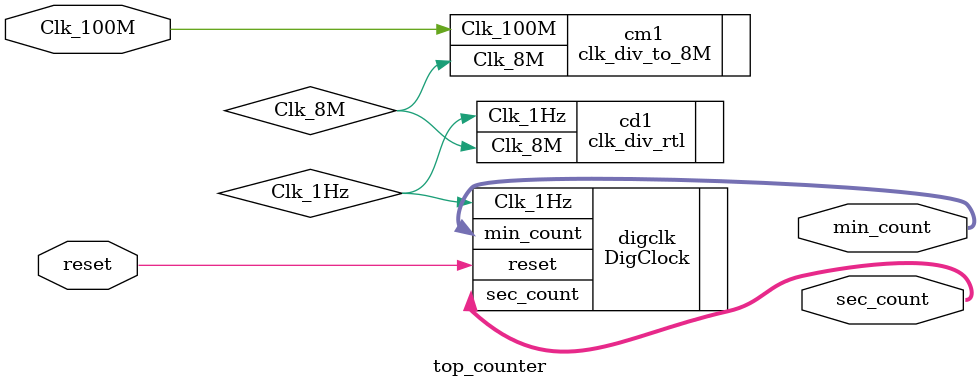
<source format=v>
`timescale 1ns / 1ps

module top_counter(
    input Clk_100M,
    input reset,
    output [5:0] sec_count,
    output [5:0] min_count
    );
    
    wire Clk_8M;
    wire Clk_1Hz;
    
    clk_div_to_8M cm1
   (
    // Clock out ports
    .Clk_8M(Clk_8M),     // output Clk_8M
   // Clock in ports
    .Clk_100M(Clk_100M));      // input Clk_100M
    
    clk_div_rtl cd1(.Clk_8M(Clk_8M),.Clk_1Hz(Clk_1Hz));
    
    DigClock digclk(.Clk_1Hz(Clk_1Hz),.reset(reset),.sec_count(sec_count),.min_count(min_count));
    
endmodule

</source>
